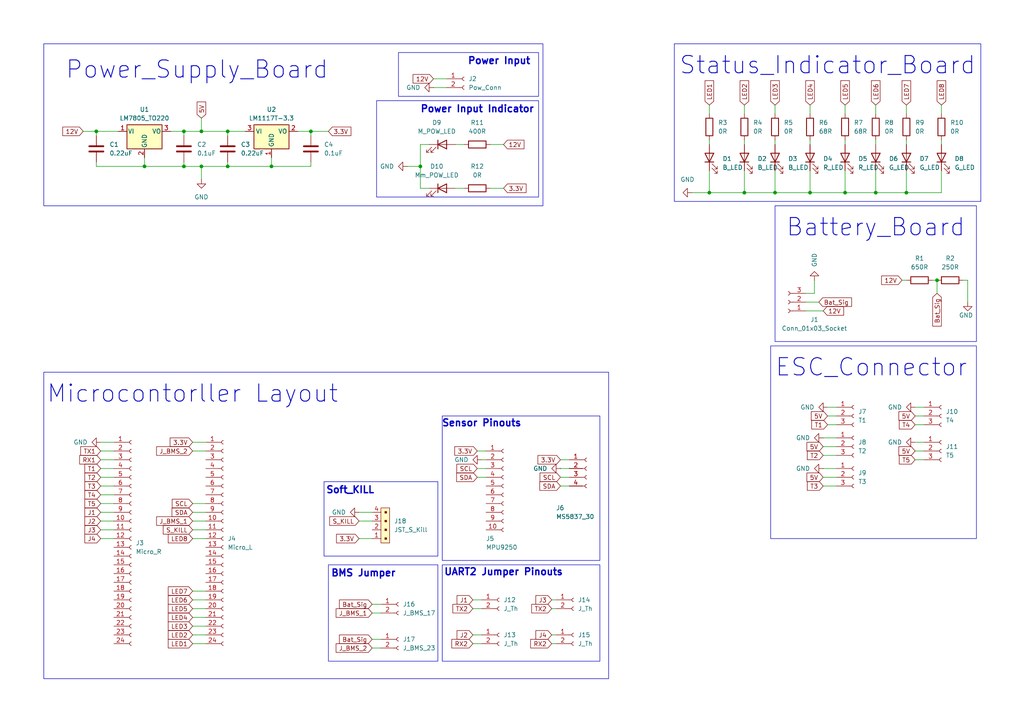
<source format=kicad_sch>
(kicad_sch (version 20231120) (generator "eeschema") (generator_version "8.0")
  (paper "A4")
  (lib_symbols
    (symbol "Connector:Conn_01x02_Socket" (pin_names (offset 1.016) hide)
      (property "Reference" "J" (at 0 2.54 0))
      (property "Value" "Conn_01x02_Socket" (at 0 -5.08 0))
      (symbol "Conn_01x02_Socket_1_1"
        (arc (start 0 -2.032) (mid -0.5058 -2.54) (end 0 -3.048) (stroke (width 0.1524)))
        (polyline (pts (xy -1.27 -2.54) (xy -0.508 -2.54)) (stroke (width 0.1524)))
        (polyline (pts (xy -1.27 0) (xy -0.508 0)) (stroke (width 0.1524)))
        (arc (start 0 0.508) (mid -0.5058 0) (end 0 -0.508) (stroke (width 0.1524)))
        (pin passive line (at -5.08 0 0) (length 3.81) (name "Pin_1") (number "1"))
        (pin passive line (at -5.08 -2.54 0) (length 3.81) (name "Pin_2") (number "2"))
      )
    )
    (symbol "Connector:Conn_01x03_Socket" (pin_names (offset 1.016) hide)
      (property "Reference" "J" (at 0 5.08 0))
      (property "Value" "Conn_01x03_Socket" (at 0 -5.08 0))
      (symbol "Conn_01x03_Socket_1_1"
        (arc (start 0 -2.032) (mid -0.5058 -2.54) (end 0 -3.048) (stroke (width 0.1524)))
        (polyline (pts (xy -1.27 -2.54) (xy -0.508 -2.54)) (stroke (width 0.1524)))
        (polyline (pts (xy -1.27 0) (xy -0.508 0)) (stroke (width 0.1524)))
        (polyline (pts (xy -1.27 2.54) (xy -0.508 2.54)) (stroke (width 0.1524)))
        (arc (start 0 0.508) (mid -0.5058 0) (end 0 -0.508) (stroke (width 0.1524)))
        (arc (start 0 3.048) (mid -0.5058 2.54) (end 0 2.032) (stroke (width 0.1524)))
        (pin passive line (at -5.08 2.54 0) (length 3.81) (name "Pin_1") (number "1"))
        (pin passive line (at -5.08 0 0) (length 3.81) (name "Pin_2") (number "2"))
        (pin passive line (at -5.08 -2.54 0) (length 3.81) (name "Pin_3") (number "3"))
      )
    )
    (symbol "Connector:Conn_01x04_Socket" (pin_names (offset 1.016) hide)
      (property "Reference" "J" (at 0 5.08 0))
      (property "Value" "Conn_01x04_Socket" (at 0 -7.62 0))
      (symbol "Conn_01x04_Socket_1_1"
        (arc (start 0 -4.572) (mid -0.5058 -5.08) (end 0 -5.588) (stroke (width 0.1524)))
        (arc (start 0 -2.032) (mid -0.5058 -2.54) (end 0 -3.048) (stroke (width 0.1524)))
        (polyline (pts (xy -1.27 -5.08) (xy -0.508 -5.08)) (stroke (width 0.1524)))
        (polyline (pts (xy -1.27 -2.54) (xy -0.508 -2.54)) (stroke (width 0.1524)))
        (polyline (pts (xy -1.27 0) (xy -0.508 0)) (stroke (width 0.1524)))
        (polyline (pts (xy -1.27 2.54) (xy -0.508 2.54)) (stroke (width 0.1524)))
        (arc (start 0 0.508) (mid -0.5058 0) (end 0 -0.508) (stroke (width 0.1524)))
        (arc (start 0 3.048) (mid -0.5058 2.54) (end 0 2.032) (stroke (width 0.1524)))
        (pin passive line (at -5.08 2.54 0) (length 3.81) (name "Pin_1") (number "1"))
        (pin passive line (at -5.08 0 0) (length 3.81) (name "Pin_2") (number "2"))
        (pin passive line (at -5.08 -2.54 0) (length 3.81) (name "Pin_3") (number "3"))
        (pin passive line (at -5.08 -5.08 0) (length 3.81) (name "Pin_4") (number "4"))
      )
    )
    (symbol "Connector:Conn_01x10_Socket" (pin_names (offset 1.016) hide)
      (property "Reference" "J" (at 0 12.7 0))
      (property "Value" "Conn_01x10_Socket" (at 0 -15.24 0))
      (symbol "Conn_01x10_Socket_1_1"
        (arc (start 0 -12.192) (mid -0.5058 -12.7) (end 0 -13.208) (stroke (width 0.1524)))
        (arc (start 0 -9.652) (mid -0.5058 -10.16) (end 0 -10.668) (stroke (width 0.1524)))
        (arc (start 0 -7.112) (mid -0.5058 -7.62) (end 0 -8.128) (stroke (width 0.1524)))
        (arc (start 0 -4.572) (mid -0.5058 -5.08) (end 0 -5.588) (stroke (width 0.1524)))
        (arc (start 0 -2.032) (mid -0.5058 -2.54) (end 0 -3.048) (stroke (width 0.1524)))
        (polyline (pts (xy -1.27 -12.7) (xy -0.508 -12.7)) (stroke (width 0.1524)))
        (polyline (pts (xy -1.27 -10.16) (xy -0.508 -10.16)) (stroke (width 0.1524)))
        (polyline (pts (xy -1.27 -7.62) (xy -0.508 -7.62)) (stroke (width 0.1524)))
        (polyline (pts (xy -1.27 -5.08) (xy -0.508 -5.08)) (stroke (width 0.1524)))
        (polyline (pts (xy -1.27 -2.54) (xy -0.508 -2.54)) (stroke (width 0.1524)))
        (polyline (pts (xy -1.27 0) (xy -0.508 0)) (stroke (width 0.1524)))
        (polyline (pts (xy -1.27 2.54) (xy -0.508 2.54)) (stroke (width 0.1524)))
        (polyline (pts (xy -1.27 5.08) (xy -0.508 5.08)) (stroke (width 0.1524)))
        (polyline (pts (xy -1.27 7.62) (xy -0.508 7.62)) (stroke (width 0.1524)))
        (polyline (pts (xy -1.27 10.16) (xy -0.508 10.16)) (stroke (width 0.1524)))
        (arc (start 0 0.508) (mid -0.5058 0) (end 0 -0.508) (stroke (width 0.1524)))
        (arc (start 0 3.048) (mid -0.5058 2.54) (end 0 2.032) (stroke (width 0.1524)))
        (arc (start 0 5.588) (mid -0.5058 5.08) (end 0 4.572) (stroke (width 0.1524)))
        (arc (start 0 8.128) (mid -0.5058 7.62) (end 0 7.112) (stroke (width 0.1524)))
        (arc (start 0 10.668) (mid -0.5058 10.16) (end 0 9.652) (stroke (width 0.1524)))
        (pin passive line (at -5.08 10.16 0) (length 3.81) (name "Pin_1") (number "1"))
        (pin passive line (at -5.08 -12.7 0) (length 3.81) (name "Pin_10") (number "10"))
        (pin passive line (at -5.08 7.62 0) (length 3.81) (name "Pin_2") (number "2"))
        (pin passive line (at -5.08 5.08 0) (length 3.81) (name "Pin_3") (number "3"))
        (pin passive line (at -5.08 2.54 0) (length 3.81) (name "Pin_4") (number "4"))
        (pin passive line (at -5.08 0 0) (length 3.81) (name "Pin_5") (number "5"))
        (pin passive line (at -5.08 -2.54 0) (length 3.81) (name "Pin_6") (number "6"))
        (pin passive line (at -5.08 -5.08 0) (length 3.81) (name "Pin_7") (number "7"))
        (pin passive line (at -5.08 -7.62 0) (length 3.81) (name "Pin_8") (number "8"))
        (pin passive line (at -5.08 -10.16 0) (length 3.81) (name "Pin_9") (number "9"))
      )
    )
    (symbol "Connector:Conn_01x24_Socket" (pin_names (offset 1.016) hide)
      (property "Reference" "J" (at 0 30.48 0))
      (property "Value" "Conn_01x24_Socket" (at 0 -33.02 0))
      (symbol "Conn_01x24_Socket_1_1"
        (arc (start 0 -29.972) (mid -0.5058 -30.48) (end 0 -30.988) (stroke (width 0.1524)))
        (arc (start 0 -27.432) (mid -0.5058 -27.94) (end 0 -28.448) (stroke (width 0.1524)))
        (arc (start 0 -24.892) (mid -0.5058 -25.4) (end 0 -25.908) (stroke (width 0.1524)))
        (arc (start 0 -22.352) (mid -0.5058 -22.86) (end 0 -23.368) (stroke (width 0.1524)))
        (arc (start 0 -19.812) (mid -0.5058 -20.32) (end 0 -20.828) (stroke (width 0.1524)))
        (arc (start 0 -17.272) (mid -0.5058 -17.78) (end 0 -18.288) (stroke (width 0.1524)))
        (arc (start 0 -14.732) (mid -0.5058 -15.24) (end 0 -15.748) (stroke (width 0.1524)))
        (arc (start 0 -12.192) (mid -0.5058 -12.7) (end 0 -13.208) (stroke (width 0.1524)))
        (arc (start 0 -9.652) (mid -0.5058 -10.16) (end 0 -10.668) (stroke (width 0.1524)))
        (arc (start 0 -7.112) (mid -0.5058 -7.62) (end 0 -8.128) (stroke (width 0.1524)))
        (arc (start 0 -4.572) (mid -0.5058 -5.08) (end 0 -5.588) (stroke (width 0.1524)))
        (arc (start 0 -2.032) (mid -0.5058 -2.54) (end 0 -3.048) (stroke (width 0.1524)))
        (polyline (pts (xy -1.27 -30.48) (xy -0.508 -30.48)) (stroke (width 0.1524)))
        (polyline (pts (xy -1.27 -27.94) (xy -0.508 -27.94)) (stroke (width 0.1524)))
        (polyline (pts (xy -1.27 -25.4) (xy -0.508 -25.4)) (stroke (width 0.1524)))
        (polyline (pts (xy -1.27 -22.86) (xy -0.508 -22.86)) (stroke (width 0.1524)))
        (polyline (pts (xy -1.27 -20.32) (xy -0.508 -20.32)) (stroke (width 0.1524)))
        (polyline (pts (xy -1.27 -17.78) (xy -0.508 -17.78)) (stroke (width 0.1524)))
        (polyline (pts (xy -1.27 -15.24) (xy -0.508 -15.24)) (stroke (width 0.1524)))
        (polyline (pts (xy -1.27 -12.7) (xy -0.508 -12.7)) (stroke (width 0.1524)))
        (polyline (pts (xy -1.27 -10.16) (xy -0.508 -10.16)) (stroke (width 0.1524)))
        (polyline (pts (xy -1.27 -7.62) (xy -0.508 -7.62)) (stroke (width 0.1524)))
        (polyline (pts (xy -1.27 -5.08) (xy -0.508 -5.08)) (stroke (width 0.1524)))
        (polyline (pts (xy -1.27 -2.54) (xy -0.508 -2.54)) (stroke (width 0.1524)))
        (polyline (pts (xy -1.27 0) (xy -0.508 0)) (stroke (width 0.1524)))
        (polyline (pts (xy -1.27 2.54) (xy -0.508 2.54)) (stroke (width 0.1524)))
        (polyline (pts (xy -1.27 5.08) (xy -0.508 5.08)) (stroke (width 0.1524)))
        (polyline (pts (xy -1.27 7.62) (xy -0.508 7.62)) (stroke (width 0.1524)))
        (polyline (pts (xy -1.27 10.16) (xy -0.508 10.16)) (stroke (width 0.1524)))
        (polyline (pts (xy -1.27 12.7) (xy -0.508 12.7)) (stroke (width 0.1524)))
        (polyline (pts (xy -1.27 15.24) (xy -0.508 15.24)) (stroke (width 0.1524)))
        (polyline (pts (xy -1.27 17.78) (xy -0.508 17.78)) (stroke (width 0.1524)))
        (polyline (pts (xy -1.27 20.32) (xy -0.508 20.32)) (stroke (width 0.1524)))
        (polyline (pts (xy -1.27 22.86) (xy -0.508 22.86)) (stroke (width 0.1524)))
        (polyline (pts (xy -1.27 25.4) (xy -0.508 25.4)) (stroke (width 0.1524)))
        (polyline (pts (xy -1.27 27.94) (xy -0.508 27.94)) (stroke (width 0.1524)))
        (arc (start 0 0.508) (mid -0.5058 0) (end 0 -0.508) (stroke (width 0.1524)))
        (arc (start 0 3.048) (mid -0.5058 2.54) (end 0 2.032) (stroke (width 0.1524)))
        (arc (start 0 5.588) (mid -0.5058 5.08) (end 0 4.572) (stroke (width 0.1524)))
        (arc (start 0 8.128) (mid -0.5058 7.62) (end 0 7.112) (stroke (width 0.1524)))
        (arc (start 0 10.668) (mid -0.5058 10.16) (end 0 9.652) (stroke (width 0.1524)))
        (arc (start 0 13.208) (mid -0.5058 12.7) (end 0 12.192) (stroke (width 0.1524)))
        (arc (start 0 15.748) (mid -0.5058 15.24) (end 0 14.732) (stroke (width 0.1524)))
        (arc (start 0 18.288) (mid -0.5058 17.78) (end 0 17.272) (stroke (width 0.1524)))
        (arc (start 0 20.828) (mid -0.5058 20.32) (end 0 19.812) (stroke (width 0.1524)))
        (arc (start 0 23.368) (mid -0.5058 22.86) (end 0 22.352) (stroke (width 0.1524)))
        (arc (start 0 25.908) (mid -0.5058 25.4) (end 0 24.892) (stroke (width 0.1524)))
        (arc (start 0 28.448) (mid -0.5058 27.94) (end 0 27.432) (stroke (width 0.1524)))
        (pin passive line (at -5.08 27.94 0) (length 3.81) (name "Pin_1") (number "1"))
        (pin passive line (at -5.08 5.08 0) (length 3.81) (name "Pin_10") (number "10"))
        (pin passive line (at -5.08 2.54 0) (length 3.81) (name "Pin_11") (number "11"))
        (pin passive line (at -5.08 0 0) (length 3.81) (name "Pin_12") (number "12"))
        (pin passive line (at -5.08 -2.54 0) (length 3.81) (name "Pin_13") (number "13"))
        (pin passive line (at -5.08 -5.08 0) (length 3.81) (name "Pin_14") (number "14"))
        (pin passive line (at -5.08 -7.62 0) (length 3.81) (name "Pin_15") (number "15"))
        (pin passive line (at -5.08 -10.16 0) (length 3.81) (name "Pin_16") (number "16"))
        (pin passive line (at -5.08 -12.7 0) (length 3.81) (name "Pin_17") (number "17"))
        (pin passive line (at -5.08 -15.24 0) (length 3.81) (name "Pin_18") (number "18"))
        (pin passive line (at -5.08 -17.78 0) (length 3.81) (name "Pin_19") (number "19"))
        (pin passive line (at -5.08 25.4 0) (length 3.81) (name "Pin_2") (number "2"))
        (pin passive line (at -5.08 -20.32 0) (length 3.81) (name "Pin_20") (number "20"))
        (pin passive line (at -5.08 -22.86 0) (length 3.81) (name "Pin_21") (number "21"))
        (pin passive line (at -5.08 -25.4 0) (length 3.81) (name "Pin_22") (number "22"))
        (pin passive line (at -5.08 -27.94 0) (length 3.81) (name "Pin_23") (number "23"))
        (pin passive line (at -5.08 -30.48 0) (length 3.81) (name "Pin_24") (number "24"))
        (pin passive line (at -5.08 22.86 0) (length 3.81) (name "Pin_3") (number "3"))
        (pin passive line (at -5.08 20.32 0) (length 3.81) (name "Pin_4") (number "4"))
        (pin passive line (at -5.08 17.78 0) (length 3.81) (name "Pin_5") (number "5"))
        (pin passive line (at -5.08 15.24 0) (length 3.81) (name "Pin_6") (number "6"))
        (pin passive line (at -5.08 12.7 0) (length 3.81) (name "Pin_7") (number "7"))
        (pin passive line (at -5.08 10.16 0) (length 3.81) (name "Pin_8") (number "8"))
        (pin passive line (at -5.08 7.62 0) (length 3.81) (name "Pin_9") (number "9"))
      )
    )
    (symbol "Device:C" (pin_numbers hide) (pin_names (offset 0.254))
      (property "Reference" "C" (at 0.635 2.54 0))
      (property "Value" "C" (at 0.635 -2.54 0))
      (symbol "C_0_1"
        (polyline (pts (xy -2.032 -0.762) (xy 2.032 -0.762)) (stroke (width 0.508)))
        (polyline (pts (xy -2.032 0.762) (xy 2.032 0.762)) (stroke (width 0.508)))
      )
      (symbol "C_1_1"
        (pin passive line (at 0 3.81 270) (length 2.794) (name "~") (number "1"))
        (pin passive line (at 0 -3.81 90) (length 2.794) (name "~") (number "2"))
      )
    )
    (symbol "Device:LED" (pin_numbers hide) (pin_names (offset 1.016) hide)
      (property "Reference" "D" (at 0 2.54 0))
      (property "Value" "LED" (at 0 -2.54 0))
      (symbol "LED_0_1"
        (polyline (pts (xy -1.27 -1.27) (xy -1.27 1.27)) (stroke (width 0.254)))
        (polyline (pts (xy -1.27 0) (xy 1.27 0)))
        (polyline (pts (xy 1.27 -1.27) (xy 1.27 1.27) (xy -1.27 0) (xy 1.27 -1.27)) (stroke (width 0.254)))
        (polyline (pts (xy -3.048 -0.762) (xy -4.572 -2.286) (xy -3.81 -2.286) (xy -4.572 -2.286) (xy -4.572 -1.524)))
        (polyline (pts (xy -1.778 -0.762) (xy -3.302 -2.286) (xy -2.54 -2.286) (xy -3.302 -2.286) (xy -3.302 -1.524)))
      )
      (symbol "LED_1_1"
        (pin passive line (at -3.81 0 0) (length 2.54) (name "K") (number "1"))
        (pin passive line (at 3.81 0 180) (length 2.54) (name "A") (number "2"))
      )
    )
    (symbol "Device:R" (pin_numbers hide) (pin_names (offset 0))
      (property "Reference" "R" (at 2.032 0 90))
      (property "Value" "R" (at 0 0 90))
      (symbol "R_0_1"
        (rectangle (start -1.016 -2.54) (end 1.016 2.54) (stroke (width 0.254)))
      )
      (symbol "R_1_1"
        (pin passive line (at 0 3.81 270) (length 1.27) (name "~") (number "1"))
        (pin passive line (at 0 -3.81 90) (length 1.27) (name "~") (number "2"))
      )
    )
    (symbol "Regulator_Linear:LM1117T-3.3"
      (property "Reference" "U" (at -3.81 3.175 0))
      (property "Value" "LM1117T-3.3" (at 0 3.175 0))
      (symbol "LM1117T-3.3_0_1"
        (rectangle (start -5.08 -5.08) (end 5.08 1.905) (stroke (width 0.254)) (fill (type background)))
      )
      (symbol "LM1117T-3.3_1_1"
        (pin power_in line (at 0 -7.62 90) (length 2.54) (name "GND") (number "1"))
        (pin power_out line (at 7.62 0 180) (length 2.54) (name "VO") (number "2"))
        (pin power_in line (at -7.62 0 0) (length 2.54) (name "VI") (number "3"))
      )
    )
    (symbol "Regulator_Linear:LM7805_TO220" (pin_names (offset 0.254))
      (property "Reference" "U" (at -3.81 3.175 0))
      (property "Value" "LM7805_TO220" (at 0 3.175 0))
      (symbol "LM7805_TO220_0_1"
        (rectangle (start -5.08 1.905) (end 5.08 -5.08) (stroke (width 0.254)) (fill (type background)))
      )
      (symbol "LM7805_TO220_1_1"
        (pin power_in line (at -7.62 0 0) (length 2.54) (name "VI") (number "1"))
        (pin power_in line (at 0 -7.62 90) (length 2.54) (name "GND") (number "2"))
        (pin power_out line (at 7.62 0 180) (length 2.54) (name "VO") (number "3"))
      )
    )
    (symbol "dk_Rectangular-Connectors-Headers-Male-Pins:B4B-XH-A_LF__SN_" (pin_names (offset 1.016))
      (property "Reference" "J" (at -2.54 -1.27 0))
      (property "Value" "B4B-XH-A_LF__SN_" (at 3.81 -3.81 0))
      (symbol "B4B-XH-A_LF__SN__1_1"
        (rectangle (start -1.27 0) (end 8.89 -2.54) (fill (type background)))
        (rectangle (start -0.254 -1.143) (end 0.254 -1.651) (fill (type outline)))
        (rectangle (start 2.286 -1.143) (end 2.794 -1.651) (fill (type outline)))
        (rectangle (start 4.826 -1.143) (end 5.334 -1.651) (fill (type outline)))
        (rectangle (start 7.366 -1.143) (end 7.874 -1.651) (fill (type outline)))
        (pin passive line (at 0 2.54 270) (length 2.54) (name "~") (number "1"))
        (pin passive line (at 2.54 2.54 270) (length 2.54) (name "~") (number "2"))
        (pin passive line (at 5.08 2.54 270) (length 2.54) (name "~") (number "3"))
        (pin passive line (at 7.62 2.54 270) (length 2.54) (name "~") (number "4"))
      )
    )
    (symbol "power:GND" (power) (pin_numbers hide) (pin_names (offset 0) hide)
      (property "Value" "GND" (at 0 -3.81 0))
      (symbol "GND_0_1"
        (polyline (pts (xy 0 0) (xy 0 -1.27) (xy 1.27 -1.27) (xy 0 -2.54) (xy -1.27 -1.27) (xy 0 -1.27)))
      )
      (symbol "GND_1_1"
        (pin power_in line (at 0 0 270) (length 0) (name "~") (number "1"))
      )
    )
  )
  (junction (at 224.79 55.88))
  (junction (at 78.74 48.26))
  (junction (at 58.42 48.26))
  (junction (at 27.94 38.1))
  (junction (at 254 55.88))
  (junction (at 66.04 38.1))
  (junction (at 66.04 48.26))
  (junction (at 53.34 38.1))
  (junction (at 205.74 55.88))
  (junction (at 121.92 48.26))
  (junction (at 215.9 55.88))
  (junction (at 90.17 38.1))
  (junction (at 245.11 55.88))
  (junction (at 271.78 81.28))
  (junction (at 53.34 48.26))
  (junction (at 262.89 55.88))
  (junction (at 41.91 48.26))
  (junction (at 58.42 38.1))
  (junction (at 234.95 55.88))
  (wire (pts (xy 104.14 151.13) (xy 107.95 151.13)))
  (wire (pts (xy 236.22 81.28) (xy 236.22 85.09)))
  (wire (pts (xy 107.95 175.26) (xy 110.49 175.26)))
  (wire (pts (xy 55.88 184.15) (xy 59.69 184.15)))
  (wire (pts (xy 280.67 81.28) (xy 280.67 87.63)))
  (wire (pts (xy 107.95 177.8) (xy 110.49 177.8)))
  (wire (pts (xy 200.66 55.88) (xy 205.74 55.88)))
  (wire (pts (xy 138.43 130.81) (xy 140.97 130.81)))
  (wire (pts (xy 90.17 38.1) (xy 95.25 38.1)))
  (wire (pts (xy 254 55.88) (xy 262.89 55.88)))
  (wire (pts (xy 162.56 135.89) (xy 165.1 135.89)))
  (wire (pts (xy 265.43 118.11) (xy 267.97 118.11)))
  (wire (pts (xy 107.95 185.42) (xy 110.49 185.42)))
  (wire (pts (xy 121.92 48.26) (xy 121.92 54.61)))
  (wire (pts (xy 55.88 181.61) (xy 59.69 181.61)))
  (wire (pts (xy 58.42 34.29) (xy 58.42 38.1)))
  (wire (pts (xy 104.14 156.21) (xy 107.95 156.21)))
  (wire (pts (xy 55.88 146.05) (xy 59.69 146.05)))
  (wire (pts (xy 29.21 151.13) (xy 33.02 151.13)))
  (wire (pts (xy 160.02 173.99) (xy 161.29 173.99)))
  (wire (pts (xy 55.88 156.21) (xy 59.69 156.21)))
  (wire (pts (xy 142.24 54.61) (xy 146.05 54.61)))
  (wire (pts (xy 55.88 151.13) (xy 59.69 151.13)))
  (wire (pts (xy 215.9 49.53) (xy 215.9 55.88)))
  (wire (pts (xy 29.21 153.67) (xy 33.02 153.67)))
  (wire (pts (xy 280.67 81.28) (xy 279.4 81.28)))
  (wire (pts (xy 27.94 38.1) (xy 27.94 39.37)))
  (wire (pts (xy 162.56 138.43) (xy 165.1 138.43)))
  (wire (pts (xy 224.79 40.64) (xy 224.79 41.91)))
  (wire (pts (xy 55.88 128.27) (xy 59.69 128.27)))
  (wire (pts (xy 238.76 129.54) (xy 242.57 129.54)))
  (wire (pts (xy 205.74 49.53) (xy 205.74 55.88)))
  (wire (pts (xy 245.11 55.88) (xy 254 55.88)))
  (wire (pts (xy 27.94 38.1) (xy 34.29 38.1)))
  (wire (pts (xy 137.16 186.69) (xy 139.7 186.69)))
  (wire (pts (xy 238.76 127) (xy 242.57 127)))
  (wire (pts (xy 262.89 55.88) (xy 273.05 55.88)))
  (wire (pts (xy 215.9 55.88) (xy 224.79 55.88)))
  (wire (pts (xy 234.95 40.64) (xy 234.95 41.91)))
  (wire (pts (xy 137.16 173.99) (xy 139.7 173.99)))
  (wire (pts (xy 265.43 133.35) (xy 267.97 133.35)))
  (wire (pts (xy 254 30.48) (xy 254 33.02)))
  (wire (pts (xy 132.08 54.61) (xy 134.62 54.61)))
  (wire (pts (xy 58.42 48.26) (xy 58.42 52.07)))
  (wire (pts (xy 55.88 153.67) (xy 59.69 153.67)))
  (wire (pts (xy 240.03 123.19) (xy 242.57 123.19)))
  (wire (pts (xy 254 40.64) (xy 254 41.91)))
  (wire (pts (xy 121.92 41.91) (xy 121.92 48.26)))
  (wire (pts (xy 29.21 156.21) (xy 33.02 156.21)))
  (wire (pts (xy 162.56 140.97) (xy 165.1 140.97)))
  (wire (pts (xy 78.74 48.26) (xy 78.74 45.72)))
  (wire (pts (xy 29.21 133.35) (xy 33.02 133.35)))
  (wire (pts (xy 29.21 140.97) (xy 33.02 140.97)))
  (wire (pts (xy 234.95 30.48) (xy 234.95 33.02)))
  (wire (pts (xy 160.02 184.15) (xy 161.29 184.15)))
  (wire (pts (xy 53.34 46.99) (xy 53.34 48.26)))
  (wire (pts (xy 233.68 87.63) (xy 237.49 87.63)))
  (wire (pts (xy 273.05 55.88) (xy 273.05 49.53)))
  (wire (pts (xy 234.95 55.88) (xy 245.11 55.88)))
  (wire (pts (xy 138.43 135.89) (xy 140.97 135.89)))
  (wire (pts (xy 29.21 128.27) (xy 33.02 128.27)))
  (wire (pts (xy 137.16 184.15) (xy 139.7 184.15)))
  (wire (pts (xy 55.88 148.59) (xy 59.69 148.59)))
  (wire (pts (xy 273.05 40.64) (xy 273.05 41.91)))
  (wire (pts (xy 138.43 138.43) (xy 140.97 138.43)))
  (wire (pts (xy 240.03 118.11) (xy 242.57 118.11)))
  (wire (pts (xy 53.34 38.1) (xy 53.34 39.37)))
  (wire (pts (xy 55.88 176.53) (xy 59.69 176.53)))
  (wire (pts (xy 66.04 46.99) (xy 66.04 48.26)))
  (wire (pts (xy 125.73 22.86) (xy 129.54 22.86)))
  (wire (pts (xy 238.76 140.97) (xy 242.57 140.97)))
  (wire (pts (xy 86.36 38.1) (xy 90.17 38.1)))
  (wire (pts (xy 245.11 40.64) (xy 245.11 41.91)))
  (wire (pts (xy 245.11 49.53) (xy 245.11 55.88)))
  (wire (pts (xy 205.74 55.88) (xy 215.9 55.88)))
  (wire (pts (xy 90.17 46.99) (xy 90.17 48.26)))
  (wire (pts (xy 270.51 81.28) (xy 271.78 81.28)))
  (wire (pts (xy 265.43 120.65) (xy 267.97 120.65)))
  (wire (pts (xy 124.46 41.91) (xy 121.92 41.91)))
  (wire (pts (xy 265.43 130.81) (xy 267.97 130.81)))
  (wire (pts (xy 137.16 176.53) (xy 139.7 176.53)))
  (wire (pts (xy 262.89 40.64) (xy 262.89 41.91)))
  (wire (pts (xy 162.56 133.35) (xy 165.1 133.35)))
  (wire (pts (xy 261.62 81.28) (xy 262.89 81.28)))
  (wire (pts (xy 66.04 38.1) (xy 71.12 38.1)))
  (wire (pts (xy 234.95 49.53) (xy 234.95 55.88)))
  (wire (pts (xy 146.05 41.91) (xy 142.24 41.91)))
  (wire (pts (xy 205.74 30.48) (xy 205.74 33.02)))
  (wire (pts (xy 58.42 48.26) (xy 66.04 48.26)))
  (wire (pts (xy 49.53 38.1) (xy 53.34 38.1)))
  (wire (pts (xy 238.76 132.08) (xy 242.57 132.08)))
  (wire (pts (xy 90.17 48.26) (xy 78.74 48.26)))
  (wire (pts (xy 224.79 30.48) (xy 224.79 33.02)))
  (wire (pts (xy 41.91 45.72) (xy 41.91 48.26)))
  (wire (pts (xy 262.89 30.48) (xy 262.89 33.02)))
  (wire (pts (xy 224.79 55.88) (xy 234.95 55.88)))
  (wire (pts (xy 90.17 38.1) (xy 90.17 39.37)))
  (wire (pts (xy 29.21 146.05) (xy 33.02 146.05)))
  (wire (pts (xy 273.05 30.48) (xy 273.05 33.02)))
  (wire (pts (xy 55.88 130.81) (xy 59.69 130.81)))
  (wire (pts (xy 29.21 138.43) (xy 33.02 138.43)))
  (wire (pts (xy 271.78 81.28) (xy 271.78 85.09)))
  (wire (pts (xy 55.88 179.07) (xy 59.69 179.07)))
  (wire (pts (xy 27.94 48.26) (xy 27.94 46.99)))
  (wire (pts (xy 55.88 186.69) (xy 59.69 186.69)))
  (wire (pts (xy 215.9 30.48) (xy 215.9 33.02)))
  (wire (pts (xy 41.91 48.26) (xy 53.34 48.26)))
  (wire (pts (xy 104.14 148.59) (xy 107.95 148.59)))
  (wire (pts (xy 66.04 48.26) (xy 78.74 48.26)))
  (wire (pts (xy 233.68 90.17) (xy 238.76 90.17)))
  (wire (pts (xy 24.13 38.1) (xy 27.94 38.1)))
  (wire (pts (xy 265.43 123.19) (xy 267.97 123.19)))
  (wire (pts (xy 121.92 54.61) (xy 124.46 54.61)))
  (wire (pts (xy 254 49.53) (xy 254 55.88)))
  (wire (pts (xy 262.89 49.53) (xy 262.89 55.88)))
  (wire (pts (xy 139.7 133.35) (xy 140.97 133.35)))
  (wire (pts (xy 55.88 171.45) (xy 59.69 171.45)))
  (wire (pts (xy 66.04 38.1) (xy 66.04 39.37)))
  (wire (pts (xy 238.76 135.89) (xy 242.57 135.89)))
  (wire (pts (xy 107.95 187.96) (xy 110.49 187.96)))
  (wire (pts (xy 160.02 176.53) (xy 161.29 176.53)))
  (wire (pts (xy 240.03 120.65) (xy 242.57 120.65)))
  (wire (pts (xy 58.42 38.1) (xy 66.04 38.1)))
  (wire (pts (xy 29.21 143.51) (xy 33.02 143.51)))
  (wire (pts (xy 205.74 40.64) (xy 205.74 41.91)))
  (wire (pts (xy 55.88 173.99) (xy 59.69 173.99)))
  (wire (pts (xy 160.02 186.69) (xy 161.29 186.69)))
  (wire (pts (xy 41.91 48.26) (xy 27.94 48.26)))
  (wire (pts (xy 132.08 41.91) (xy 134.62 41.91)))
  (wire (pts (xy 29.21 130.81) (xy 33.02 130.81)))
  (wire (pts (xy 238.76 138.43) (xy 242.57 138.43)))
  (wire (pts (xy 29.21 148.59) (xy 33.02 148.59)))
  (wire (pts (xy 215.9 40.64) (xy 215.9 41.91)))
  (wire (pts (xy 125.73 25.4) (xy 129.54 25.4)))
  (wire (pts (xy 53.34 38.1) (xy 58.42 38.1)))
  (wire (pts (xy 118.11 48.26) (xy 121.92 48.26)))
  (wire (pts (xy 236.22 85.09) (xy 233.68 85.09)))
  (wire (pts (xy 245.11 30.48) (xy 245.11 33.02)))
  (wire (pts (xy 29.21 135.89) (xy 33.02 135.89)))
  (wire (pts (xy 224.79 49.53) (xy 224.79 55.88)))
  (wire (pts (xy 265.43 128.27) (xy 267.97 128.27)))
  (wire (pts (xy 53.34 48.26) (xy 58.42 48.26)))
  (rectangle (start 224.79 59.69) (end 283.21 99.06))
  (rectangle (start 12.7 107.95) (end 176.53 196.85))
  (rectangle (start 128.27 163.83) (end 173.99 191.77))
  (rectangle (start 95.25 163.83) (end 127 191.77))
  (rectangle (start 12.7 12.7) (end 157.48 59.69))
  (rectangle (start 93.98 139.7) (end 127 161.29))
  (rectangle (start 109.22 29.21) (end 156.21 57.15))
  (rectangle (start 195.58 12.7) (end 284.48 58.42))
  (rectangle (start 115.57 15.24) (end 156.21 27.94))
  (rectangle (start 128.27 120.65) (end 173.99 162.56))
  (rectangle (start 223.52 100.33) (end 283.21 156.21))
  (text "BMS Jumper" (at 105.41 166.37 0) (effects (font (size 2 2) (thickness 0.4) (bold yes))))
  (text "UART2 Jumper Pinouts\n\n" (at 146.05 167.64 0) (effects (font (size 2 2) (thickness 0.4) (bold yes))))
  (text "Battery_Board\n" (at 254 66.04 0) (effects (font (size 5 5) (thickness 0.254) (bold yes))))
  (text "Microcontorller Layout\n" (at 55.88 114.3 0) (effects (font (size 5 5) (thickness 0.254) (bold yes))))
  (text "Soft_KILL" (at 101.6 142.24 0) (effects (font (size 2 2) (thickness 0.4) (bold yes))))
  (text "Power Input Indicator\n" (at 138.43 31.75 0) (effects (font (size 2 2) (thickness 0.4) (bold yes))))
  (text "ESC_Connector" (at 252.73 106.68 0) (effects (font (size 5 5) (thickness 0.254) (bold yes))))
  (text "Status_Indicator_Board\n" (at 240.03 19.05 0) (effects (font (size 5 5) (thickness 0.254) (bold yes))))
  (text "Power Input" (at 144.78 17.78 0) (effects (font (size 2 2) (thickness 0.4) (bold yes))))
  (text "Power_Supply_Board\n" (at 57.15 20.32 0) (effects (font (size 5 5) (thickness 0.254) (bold yes))))
  (text "Sensor Pinouts\n\n" (at 139.7 124.46 0) (effects (font (size 2 2) (thickness 0.4) (bold yes))))
  (global_label "LED1" (shape input) (at 55.88 186.69 180) (property "Intersheetrefs" "${INTERSHEET_REFS}" (effects (hide yes))))
  (global_label "S_KILL" (shape input) (at 104.14 151.13 180) (property "Intersheetrefs" "${INTERSHEET_REFS}" (effects (hide yes))))
  (global_label "3.3V" (shape input) (at 104.14 156.21 180) (property "Intersheetrefs" "${INTERSHEET_REFS}" (effects (hide yes))))
  (global_label "SDA" (shape input) (at 138.43 138.43 180) (property "Intersheetrefs" "${INTERSHEET_REFS}" (effects (hide yes))))
  (global_label "3.3V" (shape input) (at 162.56 133.35 180) (property "Intersheetrefs" "${INTERSHEET_REFS}" (effects (hide yes))))
  (global_label "J_BMS_1" (shape input) (at 107.95 177.8 180) (property "Intersheetrefs" "${INTERSHEET_REFS}" (effects (hide yes))))
  (global_label "T3" (shape input) (at 238.76 140.97 180) (property "Intersheetrefs" "${INTERSHEET_REFS}" (effects (hide yes))))
  (global_label "LED3" (shape input) (at 224.79 30.48 90) (property "Intersheetrefs" "${INTERSHEET_REFS}" (effects (hide yes))))
  (global_label "SCL" (shape input) (at 138.43 135.89 180) (property "Intersheetrefs" "${INTERSHEET_REFS}" (effects (hide yes))))
  (global_label "12V" (shape input) (at 146.05 41.91 0) (property "Intersheetrefs" "${INTERSHEET_REFS}" (effects (hide yes))))
  (global_label "T2" (shape input) (at 29.21 138.43 180) (property "Intersheetrefs" "${INTERSHEET_REFS}" (effects (hide yes))))
  (global_label "Bat_Sig" (shape input) (at 107.95 185.42 180) (property "Intersheetrefs" "${INTERSHEET_REFS}" (effects (hide yes))))
  (global_label "S_KILL" (shape input) (at 55.88 153.67 180) (property "Intersheetrefs" "${INTERSHEET_REFS}" (effects (hide yes))))
  (global_label "5V" (shape input) (at 265.43 130.81 180) (property "Intersheetrefs" "${INTERSHEET_REFS}" (effects (hide yes))))
  (global_label "3.3V" (shape input) (at 95.25 38.1 0) (property "Intersheetrefs" "${INTERSHEET_REFS}" (effects (hide yes))))
  (global_label "5V" (shape input) (at 265.43 120.65 180) (property "Intersheetrefs" "${INTERSHEET_REFS}" (effects (hide yes))))
  (global_label "TX2" (shape input) (at 137.16 176.53 180) (property "Intersheetrefs" "${INTERSHEET_REFS}" (effects (hide yes))))
  (global_label "RX2" (shape input) (at 137.16 186.69 180) (property "Intersheetrefs" "${INTERSHEET_REFS}" (effects (hide yes))))
  (global_label "SDA" (shape input) (at 162.56 140.97 180) (property "Intersheetrefs" "${INTERSHEET_REFS}" (effects (hide yes))))
  (global_label "J1" (shape input) (at 137.16 173.99 180) (property "Intersheetrefs" "${INTERSHEET_REFS}" (effects (hide yes))))
  (global_label "J4" (shape input) (at 160.02 184.15 180) (property "Intersheetrefs" "${INTERSHEET_REFS}" (effects (hide yes))))
  (global_label "RX2" (shape input) (at 160.02 186.69 180) (property "Intersheetrefs" "${INTERSHEET_REFS}" (effects (hide yes))))
  (global_label "T4" (shape input) (at 265.43 123.19 180) (property "Intersheetrefs" "${INTERSHEET_REFS}" (effects (hide yes))))
  (global_label "T1" (shape input) (at 29.21 135.89 180) (property "Intersheetrefs" "${INTERSHEET_REFS}" (effects (hide yes))))
  (global_label "SCL" (shape input) (at 55.88 146.05 180) (property "Intersheetrefs" "${INTERSHEET_REFS}" (effects (hide yes))))
  (global_label "LED8" (shape input) (at 55.88 156.21 180) (property "Intersheetrefs" "${INTERSHEET_REFS}" (effects (hide yes))))
  (global_label "LED1" (shape input) (at 205.74 30.48 90) (property "Intersheetrefs" "${INTERSHEET_REFS}" (effects (hide yes))))
  (global_label "5V" (shape input) (at 240.03 120.65 180) (property "Intersheetrefs" "${INTERSHEET_REFS}" (effects (hide yes))))
  (global_label "T3" (shape input) (at 29.21 140.97 180) (property "Intersheetrefs" "${INTERSHEET_REFS}" (effects (hide yes))))
  (global_label "LED2" (shape input) (at 215.9 30.48 90) (property "Intersheetrefs" "${INTERSHEET_REFS}" (effects (hide yes))))
  (global_label "J_BMS_2" (shape input) (at 55.88 130.81 180) (property "Intersheetrefs" "${INTERSHEET_REFS}" (effects (hide yes))))
  (global_label "TX1" (shape input) (at 29.21 130.81 180) (property "Intersheetrefs" "${INTERSHEET_REFS}" (effects (hide yes))))
  (global_label "LED7" (shape input) (at 262.89 30.48 90) (property "Intersheetrefs" "${INTERSHEET_REFS}" (effects (hide yes))))
  (global_label "LED4" (shape input) (at 234.95 30.48 90) (property "Intersheetrefs" "${INTERSHEET_REFS}" (effects (hide yes))))
  (global_label "SCL" (shape input) (at 162.56 138.43 180) (property "Intersheetrefs" "${INTERSHEET_REFS}" (effects (hide yes))))
  (global_label "T5" (shape input) (at 265.43 133.35 180) (property "Intersheetrefs" "${INTERSHEET_REFS}" (effects (hide yes))))
  (global_label "RX1" (shape input) (at 29.21 133.35 180) (property "Intersheetrefs" "${INTERSHEET_REFS}" (effects (hide yes))))
  (global_label "12V" (shape input) (at 24.13 38.1 180) (property "Intersheetrefs" "${INTERSHEET_REFS}" (effects (hide yes))))
  (global_label "LED2" (shape input) (at 55.88 184.15 180) (property "Intersheetrefs" "${INTERSHEET_REFS}" (effects (hide yes))))
  (global_label "5V" (shape input) (at 58.42 34.29 90) (property "Intersheetrefs" "${INTERSHEET_REFS}" (effects (hide yes))))
  (global_label "LED8" (shape input) (at 273.05 30.48 90) (property "Intersheetrefs" "${INTERSHEET_REFS}" (effects (hide yes))))
  (global_label "3.3V" (shape input) (at 146.05 54.61 0) (property "Intersheetrefs" "${INTERSHEET_REFS}" (effects (hide yes))))
  (global_label "12V" (shape input) (at 261.62 81.28 180) (property "Intersheetrefs" "${INTERSHEET_REFS}" (effects (hide yes))))
  (global_label "T2" (shape input) (at 238.76 132.08 180) (property "Intersheetrefs" "${INTERSHEET_REFS}" (effects (hide yes))))
  (global_label "5V" (shape input) (at 238.76 138.43 180) (property "Intersheetrefs" "${INTERSHEET_REFS}" (effects (hide yes))))
  (global_label "3.3V" (shape input) (at 55.88 128.27 180) (property "Intersheetrefs" "${INTERSHEET_REFS}" (effects (hide yes))))
  (global_label "T1" (shape input) (at 240.03 123.19 180) (property "Intersheetrefs" "${INTERSHEET_REFS}" (effects (hide yes))))
  (global_label "LED6" (shape input) (at 55.88 173.99 180) (property "Intersheetrefs" "${INTERSHEET_REFS}" (effects (hide yes))))
  (global_label "J3" (shape input) (at 29.21 153.67 180) (property "Intersheetrefs" "${INTERSHEET_REFS}" (effects (hide yes))))
  (global_label "J_BMS_1" (shape input) (at 55.88 151.13 180) (property "Intersheetrefs" "${INTERSHEET_REFS}" (effects (hide yes))))
  (global_label "Bat_Sig" (shape input) (at 107.95 175.26 180) (property "Intersheetrefs" "${INTERSHEET_REFS}" (effects (hide yes))))
  (global_label "LED6" (shape input) (at 254 30.48 90) (property "Intersheetrefs" "${INTERSHEET_REFS}" (effects (hide yes))))
  (global_label "J2" (shape input) (at 29.21 151.13 180) (property "Intersheetrefs" "${INTERSHEET_REFS}" (effects (hide yes))))
  (global_label "Bat_Sig" (shape input) (at 271.78 85.09 270) (property "Intersheetrefs" "${INTERSHEET_REFS}" (effects (hide yes))))
  (global_label "SDA" (shape input) (at 55.88 148.59 180) (property "Intersheetrefs" "${INTERSHEET_REFS}" (effects (hide yes))))
  (global_label "LED7" (shape input) (at 55.88 171.45 180) (property "Intersheetrefs" "${INTERSHEET_REFS}" (effects (hide yes))))
  (global_label "J4" (shape input) (at 29.21 156.21 180) (property "Intersheetrefs" "${INTERSHEET_REFS}" (effects (hide yes))))
  (global_label "J3" (shape input) (at 160.02 173.99 180) (property "Intersheetrefs" "${INTERSHEET_REFS}" (effects (hide yes))))
  (global_label "J2" (shape input) (at 137.16 184.15 180) (property "Intersheetrefs" "${INTERSHEET_REFS}" (effects (hide yes))))
  (global_label "T4" (shape input) (at 29.21 143.51 180) (property "Intersheetrefs" "${INTERSHEET_REFS}" (effects (hide yes))))
  (global_label "12V" (shape input) (at 238.76 90.17 0) (property "Intersheetrefs" "${INTERSHEET_REFS}" (effects (hide yes))))
  (global_label "J_BMS_2" (shape input) (at 107.95 187.96 180) (property "Intersheetrefs" "${INTERSHEET_REFS}" (effects (hide yes))))
  (global_label "5V" (shape input) (at 238.76 129.54 180) (property "Intersheetrefs" "${INTERSHEET_REFS}" (effects (hide yes))))
  (global_label "LED4" (shape input) (at 55.88 179.07 180) (property "Intersheetrefs" "${INTERSHEET_REFS}" (effects (hide yes))))
  (global_label "J1" (shape input) (at 29.21 148.59 180) (property "Intersheetrefs" "${INTERSHEET_REFS}" (effects (hide yes))))
  (global_label "3.3V" (shape input) (at 138.43 130.81 180) (property "Intersheetrefs" "${INTERSHEET_REFS}" (effects (hide yes))))
  (global_label "12V" (shape input) (at 125.73 22.86 180) (property "Intersheetrefs" "${INTERSHEET_REFS}" (effects (hide yes))))
  (global_label "Bat_Sig" (shape input) (at 237.49 87.63 0) (property "Intersheetrefs" "${INTERSHEET_REFS}" (effects (hide yes))))
  (global_label "LED3" (shape input) (at 55.88 181.61 180) (property "Intersheetrefs" "${INTERSHEET_REFS}" (effects (hide yes))))
  (global_label "LED5" (shape input) (at 55.88 176.53 180) (property "Intersheetrefs" "${INTERSHEET_REFS}" (effects (hide yes))))
  (global_label "T5" (shape input) (at 29.21 146.05 180) (property "Intersheetrefs" "${INTERSHEET_REFS}" (effects (hide yes))))
  (global_label "LED5" (shape input) (at 245.11 30.48 90) (property "Intersheetrefs" "${INTERSHEET_REFS}" (effects (hide yes))))
  (global_label "TX2" (shape input) (at 160.02 176.53 180) (property "Intersheetrefs" "${INTERSHEET_REFS}" (effects (hide yes))))
  (symbol (lib_id "Device:LED") (at 234.95 45.72 90) (unit 1)
    (property "Reference" "D4" (at 238.76 46.0374 90) (effects (justify right)))
    (property "Value" "R_LED" (at 238.76 48.5774 90) (effects (justify right)))
    (property "Description" "Light emitting diode" (effects (hide yes)))
  )
  (symbol (lib_id "Device:LED") (at 262.89 45.72 90) (unit 1)
    (property "Reference" "D7" (at 266.7 46.0374 90) (effects (justify right)))
    (property "Value" "G_LED" (at 266.7 48.5774 90) (effects (justify right)))
    (property "Description" "Light emitting diode" (effects (hide yes)))
  )
  (symbol (lib_id "Device:R") (at 262.89 36.83 180) (unit 1)
    (property "Reference" "R9" (at 265.43 35.5599 0) (effects (justify right)))
    (property "Value" "0R" (at 265.43 38.0999 0) (effects (justify right)))
    (property "Description" "Resistor" (effects (hide yes)))
  )
  (symbol (lib_id "power:GND") (at 236.22 81.28 180) (unit 1)
    (property "Reference" "#PWR01" (effects (hide yes)))
    (property "Value" "GND" (at 236.22 77.47 90) (effects (justify right)))
    (property "Description" "Power symbol creates a global label with name \"GND\" , ground" (effects (hide yes)))
  )
  (symbol (lib_id "power:GND") (at 139.7 133.35 270) (unit 1)
    (property "Reference" "#PWR08" (effects (hide yes)))
    (property "Value" "GND" (at 135.89 133.35 90) (effects (justify right)))
    (property "Description" "Power symbol creates a global label with name \"GND\" , ground" (effects (hide yes)))
  )
  (symbol (lib_id "power:GND") (at 240.03 118.11 270) (unit 1)
    (property "Reference" "#PWR010" (effects (hide yes)))
    (property "Value" "GND" (at 236.22 118.11 90) (effects (justify right)))
    (property "Description" "Power symbol creates a global label with name \"GND\" , ground" (effects (hide yes)))
  )
  (symbol (lib_id "Device:R") (at 138.43 41.91 270) (unit 1)
    (property "Reference" "R11" (at 138.43 35.56 90))
    (property "Value" "400R" (at 138.43 38.1 90))
    (property "Description" "Resistor" (effects (hide yes)))
  )
  (symbol (lib_id "Device:LED") (at 205.74 45.72 90) (unit 1)
    (property "Reference" "D1" (at 209.55 46.0374 90) (effects (justify right)))
    (property "Value" "B_LED" (at 209.55 48.5774 90) (effects (justify right)))
    (property "Description" "Light emitting diode" (effects (hide yes)))
  )
  (symbol (lib_id "Connector:Conn_01x03_Socket") (at 247.65 138.43 0) (unit 1)
    (property "Reference" "J9" (at 248.92 137.1599 0) (effects (justify left)))
    (property "Value" "T3" (at 248.92 139.6999 0) (effects (justify left)))
    (property "Description" "Generic connector, single row, 01x03, script generated" (effects (hide yes)))
  )
  (symbol (lib_id "Device:R") (at 215.9 36.83 180) (unit 1)
    (property "Reference" "R4" (at 218.44 35.5599 0) (effects (justify right)))
    (property "Value" "0R" (at 218.44 38.0999 0) (effects (justify right)))
    (property "Description" "Resistor" (effects (hide yes)))
  )
  (symbol (lib_id "Device:R") (at 224.79 36.83 180) (unit 1)
    (property "Reference" "R5" (at 227.33 35.5599 0) (effects (justify right)))
    (property "Value" "0R" (at 227.33 38.0999 0) (effects (justify right)))
    (property "Description" "Resistor" (effects (hide yes)))
  )
  (symbol (lib_id "Connector:Conn_01x02_Socket") (at 144.78 184.15 0) (unit 1)
    (property "Reference" "J13" (at 146.05 184.1499 0) (effects (justify left)))
    (property "Value" "J_Th" (at 146.05 186.6899 0) (effects (justify left)))
    (property "Description" "Generic connector, single row, 01x02, script generated" (effects (hide yes)))
  )
  (symbol (lib_id "dk_Rectangular-Connectors-Headers-Male-Pins:B4B-XH-A_LF__SN_") (at 110.49 156.21 90) (unit 1)
    (property "Reference" "J18" (at 114.3 151.1299 90) (effects (justify right)))
    (property "Value" "JST_S_Kill" (at 114.3 153.6699 90) (effects (justify right)))
    (property "Footprint" "digikey-footprints:PinHeader_1x4_P2.5mm_Drill1.1mm" (effects (hide yes)))
    (property "Datasheet" "http://www.jst-mfg.com/product/pdf/eng/eXH.pdf" (effects (hide yes)))
    (property "Description" "CONN HEADER VERT 4POS 2.5MM" (effects (hide yes)))
    (property "Digi-Key_PN" "455-2249-ND" (effects (hide yes)))
    (property "MPN" "B4B-XH-A(LF)(SN)" (effects (hide yes)))
    (property "Category" "Connectors, Interconnects" (effects (hide yes)))
    (property "Family" "Rectangular Connectors - Headers, Male Pins" (effects (hide yes)))
    (property "DK_Datasheet_Link" "http://www.jst-mfg.com/product/pdf/eng/eXH.pdf" (effects (hide yes)))
    (property "DK_Detail_Page" "/product-detail/en/jst-sales-america-inc/B4B-XH-A(LF)(SN)/455-2249-ND/1651047" (effects (hide yes)))
    (property "Description_1" "CONN HEADER VERT 4POS 2.5MM" (effects (hide yes)))
    (property "Manufacturer" "JST Sales America Inc." (effects (hide yes)))
    (property "Status" "Active" (effects (hide yes)))
  )
  (symbol (lib_id "Connector:Conn_01x24_Socket") (at 64.77 156.21 0) (unit 1)
    (property "Reference" "J4" (at 66.04 156.2099 0) (effects (justify left)))
    (property "Value" "Micro_L" (at 66.04 158.7499 0) (effects (justify left)))
    (property "Description" "Generic connector, single row, 01x24, script generated" (effects (hide yes)))
  )
  (symbol (lib_id "Device:LED") (at 273.05 45.72 90) (unit 1)
    (property "Reference" "D8" (at 276.86 46.0374 90) (effects (justify right)))
    (property "Value" "G_LED" (at 276.86 48.5774 90) (effects (justify right)))
    (property "Description" "Light emitting diode" (effects (hide yes)))
  )
  (symbol (lib_id "Device:R") (at 205.74 36.83 180) (unit 1)
    (property "Reference" "R3" (at 208.28 35.5599 0) (effects (justify right)))
    (property "Value" "0R" (at 208.28 38.0999 0) (effects (justify right)))
    (property "Description" "Resistor" (effects (hide yes)))
  )
  (symbol (lib_id "Device:R") (at 245.11 36.83 180) (unit 1)
    (property "Reference" "R7" (at 247.65 35.5599 0) (effects (justify right)))
    (property "Value" "68R" (at 247.65 38.0999 0) (effects (justify right)))
    (property "Description" "Resistor" (effects (hide yes)))
  )
  (symbol (lib_id "power:GND") (at 162.56 135.89 270) (unit 1)
    (property "Reference" "#PWR09" (effects (hide yes)))
    (property "Value" "GND" (at 158.75 135.89 90) (effects (justify right)))
    (property "Description" "Power symbol creates a global label with name \"GND\" , ground" (effects (hide yes)))
  )
  (symbol (lib_id "Device:LED") (at 245.11 45.72 90) (unit 1)
    (property "Reference" "D5" (at 248.92 46.0374 90) (effects (justify right)))
    (property "Value" "R_LED" (at 248.92 48.5774 90) (effects (justify right)))
    (property "Description" "Light emitting diode" (effects (hide yes)))
  )
  (symbol (lib_id "power:GND") (at 280.67 87.63 0) (unit 1)
    (property "Reference" "#PWR06" (effects (hide yes)))
    (property "Value" "GND" (at 278.13 91.44 0) (effects (justify left)))
    (property "Description" "Power symbol creates a global label with name \"GND\" , ground" (effects (hide yes)))
  )
  (symbol (lib_id "Device:LED") (at 215.9 45.72 90) (unit 1)
    (property "Reference" "D2" (at 219.71 46.0374 90) (effects (justify right)))
    (property "Value" "B_LED" (at 219.71 48.5774 90) (effects (justify right)))
    (property "Description" "Light emitting diode" (effects (hide yes)))
  )
  (symbol (lib_id "Connector:Conn_01x02_Socket") (at 144.78 173.99 0) (unit 1)
    (property "Reference" "J12" (at 146.05 173.9899 0) (effects (justify left)))
    (property "Value" "J_Th" (at 146.05 176.5299 0) (effects (justify left)))
    (property "Description" "Generic connector, single row, 01x02, script generated" (effects (hide yes)))
  )
  (symbol (lib_id "Connector:Conn_01x02_Socket") (at 134.62 22.86 0) (unit 1)
    (property "Reference" "J2" (at 135.89 22.8599 0) (effects (justify left)))
    (property "Value" "Pow_Conn" (at 135.89 25.3999 0) (effects (justify left)))
    (property "Description" "Generic connector, single row, 01x02, script generated" (effects (hide yes)))
  )
  (symbol (lib_id "Connector:Conn_01x02_Socket") (at 166.37 173.99 0) (unit 1)
    (property "Reference" "J14" (at 167.64 173.9899 0) (effects (justify left)))
    (property "Value" "J_Th" (at 167.64 176.5299 0) (effects (justify left)))
    (property "Description" "Generic connector, single row, 01x02, script generated" (effects (hide yes)))
  )
  (symbol (lib_id "power:GND") (at 200.66 55.88 270) (unit 1)
    (property "Reference" "#PWR05" (effects (hide yes)))
    (property "Value" "GND" (at 199.39 52.07 90))
    (property "Description" "Power symbol creates a global label with name \"GND\" , ground" (effects (hide yes)))
  )
  (symbol (lib_id "Regulator_Linear:LM7805_TO220") (at 41.91 38.1 0) (unit 1)
    (property "Reference" "U1" (at 41.91 31.75 0))
    (property "Value" "LM7805_TO220" (at 41.91 34.29 0))
    (property "Footprint" "Package_TO_SOT_THT:TO-220-3_Vertical" (effects (hide yes)))
    (property "Datasheet" "https://www.onsemi.cn/PowerSolutions/document/MC7800-D.PDF" (effects (hide yes)))
    (property "Description" "Positive 1A 35V Linear Regulator, Fixed Output 5V, TO-220" (effects (hide yes)))
  )
  (symbol (lib_id "power:GND") (at 125.73 25.4 270) (unit 1)
    (property "Reference" "#PWR02" (effects (hide yes)))
    (property "Value" "GND" (at 121.92 25.3999 90) (effects (justify right)))
    (property "Description" "Power symbol creates a global label with name \"GND\" , ground" (effects (hide yes)))
  )
  (symbol (lib_id "Regulator_Linear:LM1117T-3.3") (at 78.74 38.1 0) (unit 1)
    (property "Reference" "U2" (at 78.74 31.75 0))
    (property "Value" "LM1117T-3.3" (at 78.74 34.29 0))
    (property "Footprint" "Package_TO_SOT_THT:TO-220-3_Horizontal_TabDown" (effects (hide yes)))
    (property "Datasheet" "http://www.ti.com/lit/ds/symlink/lm1117.pdf" (effects (hide yes)))
    (property "Description" "800mA Low-Dropout Linear Regulator, 3.3V fixed output, TO-220" (effects (hide yes)))
  )
  (symbol (lib_id "Device:R") (at 234.95 36.83 180) (unit 1)
    (property "Reference" "R6" (at 237.49 35.5599 0) (effects (justify right)))
    (property "Value" "68R" (at 237.49 38.0999 0) (effects (justify right)))
    (property "Description" "Resistor" (effects (hide yes)))
  )
  (symbol (lib_id "Device:R") (at 266.7 81.28 90) (unit 1)
    (property "Reference" "R1" (at 266.7 74.93 90))
    (property "Value" "650R" (at 266.7 77.47 90))
    (property "Description" "Resistor" (effects (hide yes)))
  )
  (symbol (lib_id "Device:C") (at 27.94 43.18 0) (unit 1)
    (property "Reference" "C1" (at 31.75 41.9099 0) (effects (justify left)))
    (property "Value" "0.22uF" (at 31.75 44.4499 0) (effects (justify left)))
    (property "Description" "Unpolarized capacitor" (effects (hide yes)))
  )
  (symbol (lib_id "Device:C") (at 90.17 43.18 0) (unit 1)
    (property "Reference" "C4" (at 93.98 41.9099 0) (effects (justify left)))
    (property "Value" "0.1uF" (at 93.98 44.4499 0) (effects (justify left)))
    (property "Description" "Unpolarized capacitor" (effects (hide yes)))
  )
  (symbol (lib_id "power:GND") (at 238.76 135.89 270) (unit 1)
    (property "Reference" "#PWR012" (effects (hide yes)))
    (property "Value" "GND" (at 234.95 135.89 90) (effects (justify right)))
    (property "Description" "Power symbol creates a global label with name \"GND\" , ground" (effects (hide yes)))
  )
  (symbol (lib_id "power:GND") (at 238.76 127 270) (unit 1)
    (property "Reference" "#PWR011" (effects (hide yes)))
    (property "Value" "GND" (at 234.95 127 90) (effects (justify right)))
    (property "Description" "Power symbol creates a global label with name \"GND\" , ground" (effects (hide yes)))
  )
  (symbol (lib_id "power:GND") (at 104.14 148.59 270) (unit 1)
    (property "Reference" "#PWR015" (effects (hide yes)))
    (property "Value" "GND" (at 100.33 148.5899 90) (effects (justify right)))
    (property "Description" "Power symbol creates a global label with name \"GND\" , ground" (effects (hide yes)))
  )
  (symbol (lib_id "Device:C") (at 53.34 43.18 0) (unit 1)
    (property "Reference" "C2" (at 57.15 41.9099 0) (effects (justify left)))
    (property "Value" "0.1uF" (at 57.15 44.4499 0) (effects (justify left)))
    (property "Description" "Unpolarized capacitor" (effects (hide yes)))
  )
  (symbol (lib_id "Connector:Conn_01x03_Socket") (at 247.65 120.65 0) (unit 1)
    (property "Reference" "J7" (at 248.92 119.3799 0) (effects (justify left)))
    (property "Value" "T1" (at 248.92 121.9199 0) (effects (justify left)))
    (property "Description" "Generic connector, single row, 01x03, script generated" (effects (hide yes)))
  )
  (symbol (lib_id "power:GND") (at 58.42 52.07 0) (unit 1)
    (property "Reference" "#PWR04" (effects (hide yes)))
    (property "Value" "GND" (at 58.42 57.15 0))
    (property "Description" "Power symbol creates a global label with name \"GND\" , ground" (effects (hide yes)))
  )
  (symbol (lib_id "Device:C") (at 66.04 43.18 0) (unit 1)
    (property "Reference" "C3" (at 69.85 41.9099 0) (effects (justify left)))
    (property "Value" "0.22uF" (at 69.85 44.4499 0) (effects (justify left)))
    (property "Description" "Unpolarized capacitor" (effects (hide yes)))
  )
  (symbol (lib_id "Device:LED") (at 128.27 41.91 0) (unit 1)
    (property "Reference" "D9" (at 126.6825 35.56 0))
    (property "Value" "M_POW_LED" (at 126.6825 38.1 0))
    (property "Description" "Light emitting diode" (effects (hide yes)))
  )
  (symbol (lib_id "Connector:Conn_01x02_Socket") (at 115.57 175.26 0) (unit 1)
    (property "Reference" "J16" (at 116.84 175.2599 0) (effects (justify left)))
    (property "Value" "J_BMS_17" (at 116.84 177.7999 0) (effects (justify left)))
    (property "Description" "Generic connector, single row, 01x02, script generated" (effects (hide yes)))
  )
  (symbol (lib_id "Device:R") (at 275.59 81.28 90) (unit 1)
    (property "Reference" "R2" (at 275.59 74.93 90))
    (property "Value" "250R" (at 275.59 77.47 90))
    (property "Description" "Resistor" (effects (hide yes)))
  )
  (symbol (lib_id "Device:LED") (at 128.27 54.61 0) (unit 1)
    (property "Reference" "D10" (at 126.6825 48.26 0))
    (property "Value" "Mm_POW_LED" (at 126.6825 50.8 0))
    (property "Description" "Light emitting diode" (effects (hide yes)))
  )
  (symbol (lib_id "power:GND") (at 265.43 128.27 270) (unit 1)
    (property "Reference" "#PWR014" (effects (hide yes)))
    (property "Value" "GND" (at 261.62 128.27 90) (effects (justify right)))
    (property "Description" "Power symbol creates a global label with name \"GND\" , ground" (effects (hide yes)))
  )
  (symbol (lib_id "Connector:Conn_01x03_Socket") (at 247.65 129.54 0) (unit 1)
    (property "Reference" "J8" (at 248.92 128.2699 0) (effects (justify left)))
    (property "Value" "T2" (at 248.92 130.8099 0) (effects (justify left)))
    (property "Description" "Generic connector, single row, 01x03, script generated" (effects (hide yes)))
  )
  (symbol (lib_id "Device:R") (at 138.43 54.61 270) (unit 1)
    (property "Reference" "R12" (at 138.43 48.26 90))
    (property "Value" "0R" (at 138.43 50.8 90))
    (property "Description" "Resistor" (effects (hide yes)))
  )
  (symbol (lib_id "Connector:Conn_01x03_Socket") (at 228.6 87.63 180) (unit 1)
    (property "Reference" "J1" (at 236.22 92.71 0))
    (property "Value" "Conn_01x03_Socket" (at 236.22 95.25 0))
    (property "Description" "Generic connector, single row, 01x03, script generated" (effects (hide yes)))
  )
  (symbol (lib_id "Connector:Conn_01x24_Socket") (at 38.1 156.21 0) (unit 1)
    (property "Reference" "J3" (at 39.37 157.48 0) (effects (justify left)))
    (property "Value" "Micro_R" (at 39.37 160.0199 0) (effects (justify left)))
    (property "Description" "Generic connector, single row, 01x24, script generated" (effects (hide yes)))
  )
  (symbol (lib_id "Connector:Conn_01x10_Socket") (at 146.05 140.97 0) (unit 1)
    (property "Reference" "J5" (at 140.97 156.21 0) (effects (justify left)))
    (property "Value" "MPU9250" (at 140.97 158.75 0) (effects (justify left)))
    (property "Description" "Generic connector, single row, 01x10, script generated" (effects (hide yes)))
  )
  (symbol (lib_id "Device:R") (at 273.05 36.83 180) (unit 1)
    (property "Reference" "R10" (at 275.59 35.5599 0) (effects (justify right)))
    (property "Value" "0R" (at 275.59 38.0999 0) (effects (justify right)))
    (property "Description" "Resistor" (effects (hide yes)))
  )
  (symbol (lib_id "Device:LED") (at 254 45.72 90) (unit 1)
    (property "Reference" "D6" (at 257.81 46.0374 90) (effects (justify right)))
    (property "Value" "G_LED" (at 257.81 48.5774 90) (effects (justify right)))
    (property "Description" "Light emitting diode" (effects (hide yes)))
  )
  (symbol (lib_id "power:GND") (at 29.21 128.27 270) (unit 1)
    (property "Reference" "#PWR03" (effects (hide yes)))
    (property "Value" "GND" (at 25.4 128.2699 90) (effects (justify right)))
    (property "Description" "Power symbol creates a global label with name \"GND\" , ground" (effects (hide yes)))
  )
  (symbol (lib_id "Device:R") (at 254 36.83 180) (unit 1)
    (property "Reference" "R8" (at 256.54 35.5599 0) (effects (justify right)))
    (property "Value" "0R" (at 256.54 38.0999 0) (effects (justify right)))
    (property "Description" "Resistor" (effects (hide yes)))
  )
  (symbol (lib_id "power:GND") (at 265.43 118.11 270) (unit 1)
    (property "Reference" "#PWR013" (effects (hide yes)))
    (property "Value" "GND" (at 261.62 118.11 90) (effects (justify right)))
    (property "Description" "Power symbol creates a global label with name \"GND\" , ground" (effects (hide yes)))
  )
  (symbol (lib_id "Connector:Conn_01x02_Socket") (at 115.57 185.42 0) (unit 1)
    (property "Reference" "J17" (at 116.84 185.4199 0) (effects (justify left)))
    (property "Value" "J_BMS_23" (at 116.84 187.9599 0) (effects (justify left)))
    (property "Description" "Generic connector, single row, 01x02, script generated" (effects (hide yes)))
  )
  (symbol (lib_id "Connector:Conn_01x03_Socket") (at 273.05 120.65 0) (unit 1)
    (property "Reference" "J10" (at 274.32 119.3799 0) (effects (justify left)))
    (property "Value" "T4" (at 274.32 121.9199 0) (effects (justify left)))
    (property "Description" "Generic connector, single row, 01x03, script generated" (effects (hide yes)))
  )
  (symbol (lib_id "Connector:Conn_01x03_Socket") (at 273.05 130.81 0) (unit 1)
    (property "Reference" "J11" (at 274.32 129.5399 0) (effects (justify left)))
    (property "Value" "T5" (at 274.32 132.0799 0) (effects (justify left)))
    (property "Description" "Generic connector, single row, 01x03, script generated" (effects (hide yes)))
  )
  (symbol (lib_id "Device:LED") (at 224.79 45.72 90) (unit 1)
    (property "Reference" "D3" (at 228.6 46.0374 90) (effects (justify right)))
    (property "Value" "B_LED" (at 228.6 48.5774 90) (effects (justify right)))
    (property "Description" "Light emitting diode" (effects (hide yes)))
  )
  (symbol (lib_id "power:GND") (at 118.11 48.26 270) (unit 1)
    (property "Reference" "#PWR07" (effects (hide yes)))
    (property "Value" "GND" (at 114.3 48.2599 90) (effects (justify right)))
    (property "Description" "Power symbol creates a global label with name \"GND\" , ground" (effects (hide yes)))
  )
  (symbol (lib_id "Connector:Conn_01x04_Socket") (at 170.18 135.89 0) (unit 1)
    (property "Reference" "J6" (at 161.29 147.32 0) (effects (justify left)))
    (property "Value" "MS5837_30" (at 161.29 149.86 0) (effects (justify left)))
    (property "Description" "Generic connector, single row, 01x04, script generated" (effects (hide yes)))
  )
  (symbol (lib_id "Connector:Conn_01x02_Socket") (at 166.37 184.15 0) (unit 1)
    (property "Reference" "J15" (at 167.64 184.1499 0) (effects (justify left)))
    (property "Value" "J_Th" (at 167.64 186.6899 0) (effects (justify left)))
    (property "Description" "Generic connector, single row, 01x02, script generated" (effects (hide yes)))
  )
)
</source>
